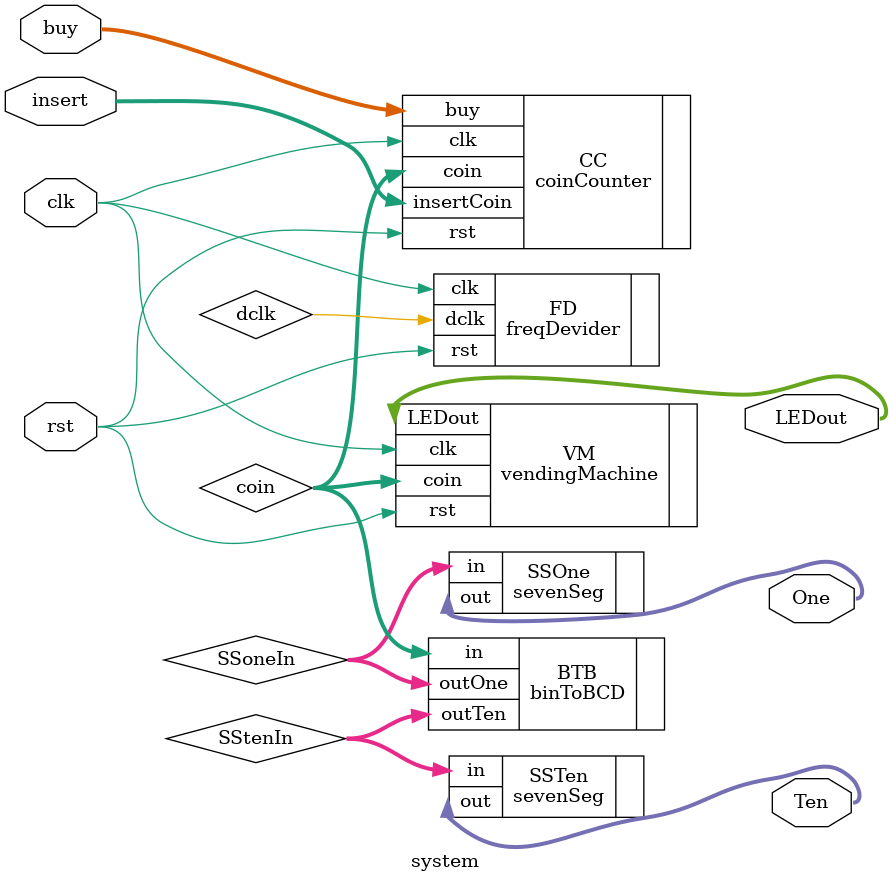
<source format=v>
module system(clk, rst, buy, insert, LEDout, Ten, One);
	input clk, rst;
	input [2:0]buy;
	input [3:0]insert;
	
	output [2:0]LEDout;
	output [6:0]Ten, One;
	
	wire dclk;
	wire [5:0]coin;
	wire [3:0]SStenIn, SSoneIn;
	
	freqDevider FD(.clk(clk), .rst(rst), .dclk(dclk));
	vendingMachine VM(.clk(clk), .rst(rst), .coin(coin), .LEDout(LEDout));
	coinCounter CC(.clk(clk), .rst(rst), .buy(buy), .insertCoin(insert), .coin(coin));
	binToBCD BTB(.in(coin), .outOne(SSoneIn), .outTen(SStenIn));
	sevenSeg SSTen(.in(SStenIn), .out(Ten));
	sevenSeg SSOne(.in(SSoneIn), .out(One));
	
endmodule
</source>
